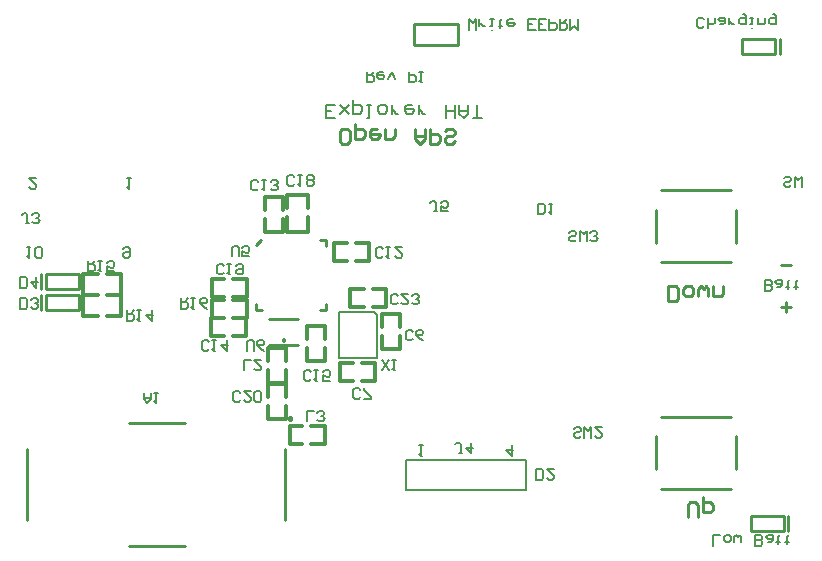
<source format=gbo>
*%FSLAX23Y23*%
*%MOIN*%
G01*
%ADD11C,0.000*%
%ADD12C,0.001*%
%ADD13C,0.002*%
%ADD14C,0.006*%
%ADD15C,0.007*%
%ADD16C,0.007*%
%ADD17C,0.008*%
%ADD18C,0.010*%
%ADD19C,0.012*%
%ADD20C,0.015*%
%ADD21C,0.018*%
%ADD22C,0.022*%
%ADD23C,0.024*%
%ADD24C,0.025*%
%ADD25C,0.029*%
%ADD26C,0.031*%
%ADD27C,0.031*%
%ADD28C,0.035*%
%ADD29C,0.035*%
%ADD30C,0.039*%
%ADD31C,0.039*%
%ADD32C,0.046*%
%ADD33C,0.047*%
%ADD34C,0.050*%
%ADD35C,0.051*%
%ADD36C,0.051*%
%ADD37C,0.054*%
%ADD38C,0.055*%
%ADD39C,0.058*%
%ADD40C,0.059*%
%ADD41C,0.059*%
%ADD42C,0.062*%
%ADD43C,0.067*%
%ADD44C,0.070*%
%ADD45C,0.074*%
%ADD46C,0.100*%
%ADD47C,0.108*%
%ADD48C,0.108*%
%ADD49C,0.120*%
%ADD50C,0.128*%
%ADD51C,0.128*%
%ADD52C,0.190*%
%ADD53C,0.194*%
%ADD54C,0.236*%
%ADD55C,0.240*%
%ADD56R,0.011X0.030*%
%ADD57R,0.012X0.030*%
%ADD58R,0.012X0.057*%
%ADD59R,0.014X0.033*%
%ADD60R,0.015X0.034*%
%ADD61R,0.016X0.034*%
%ADD62R,0.016X0.061*%
%ADD63R,0.018X0.037*%
%ADD64R,0.020X0.025*%
%ADD65R,0.021X0.021*%
%ADD66R,0.024X0.029*%
%ADD67R,0.025X0.020*%
%ADD68R,0.029X0.024*%
%ADD69R,0.030X0.011*%
%ADD70R,0.030X0.030*%
%ADD71R,0.031X0.031*%
%ADD72R,0.033X0.014*%
%ADD73R,0.034X0.015*%
%ADD74R,0.034X0.034*%
%ADD75R,0.035X0.035*%
%ADD76R,0.037X0.014*%
%ADD77R,0.037X0.018*%
%ADD78R,0.039X0.055*%
%ADD79R,0.039X0.014*%
%ADD80R,0.040X0.083*%
%ADD81R,0.041X0.018*%
%ADD82R,0.043X0.059*%
%ADD83R,0.043X0.018*%
%ADD84R,0.044X0.087*%
%ADD85R,0.047X0.055*%
%ADD86R,0.050X0.060*%
%ADD87R,0.051X0.071*%
%ADD88R,0.051X0.059*%
%ADD89R,0.054X0.064*%
%ADD90R,0.055X0.039*%
%ADD91R,0.055X0.075*%
%ADD92R,0.057X0.067*%
%ADD93R,0.059X0.043*%
%ADD94R,0.060X0.060*%
%ADD95R,0.061X0.024*%
%ADD96R,0.061X0.051*%
%ADD97R,0.061X0.071*%
%ADD98R,0.063X0.039*%
%ADD99R,0.063X0.126*%
%ADD100R,0.064X0.064*%
%ADD101R,0.065X0.028*%
%ADD102R,0.065X0.055*%
%ADD103R,0.067X0.043*%
%ADD104R,0.067X0.130*%
%ADD105R,0.085X0.030*%
%ADD106R,0.089X0.034*%
%ADD107R,0.094X0.030*%
%ADD108R,0.098X0.070*%
%ADD109R,0.098X0.034*%
%ADD110R,0.102X0.074*%
%ADD111R,0.104X0.104*%
%ADD112R,0.108X0.108*%
%ADD113R,0.134X0.059*%
%ADD114R,0.138X0.039*%
%ADD115R,0.138X0.063*%
%ADD116R,0.142X0.043*%
%ADD117R,0.169X0.169*%
%ADD118R,0.173X0.173*%
%ADD119R,0.250X0.250*%
D14*
X8632Y8039D02*
X8644D01*
X8638D01*
Y8004D01*
X8639D01*
X8638D02*
X8632Y8010D01*
X8661D02*
X8667Y8004D01*
X8679D01*
X8684Y8010D01*
Y8033D01*
X8679Y8039D01*
X8667D01*
X8661Y8033D01*
Y8010D01*
X8952Y8033D02*
X8958Y8039D01*
X8969D01*
X8975Y8033D01*
Y8010D01*
X8969Y8004D01*
X8958D01*
X8952Y8010D01*
Y8016D01*
X8958Y8022D01*
X8975D01*
X10884Y8769D02*
X10890Y8775D01*
X10884Y8769D02*
X10873D01*
X10867Y8775D01*
Y8798D01*
X10873Y8804D01*
X10884D01*
X10890Y8798D01*
X10902Y8804D02*
Y8769D01*
Y8787D02*
Y8804D01*
Y8787D02*
X10908Y8781D01*
X10919D01*
X10925Y8787D01*
Y8804D01*
X10943Y8781D02*
X10954D01*
X10960Y8787D01*
Y8804D01*
X10943D01*
X10937Y8798D01*
X10943Y8792D01*
X10960D01*
X10972Y8781D02*
Y8804D01*
Y8792D01*
X10978Y8787D01*
X10984Y8781D01*
X10989D01*
X11019Y8816D02*
X11024D01*
X11030Y8810D01*
Y8781D01*
X11013D01*
X11007Y8787D01*
Y8798D01*
X11013Y8804D01*
X11030D01*
X11042D02*
X11054D01*
X11048D01*
Y8781D01*
X11042D01*
X11048Y8769D02*
X11049D01*
X11071Y8781D02*
Y8804D01*
Y8781D02*
X11089D01*
X11094Y8787D01*
Y8804D01*
X11118Y8816D02*
X11124D01*
X11129Y8810D01*
Y8781D01*
X11112D01*
X11106Y8787D01*
Y8798D01*
X11112Y8804D01*
X11129D01*
X10921Y7078D02*
Y7043D01*
Y7078D02*
X10944D01*
X10962D02*
X10973D01*
X10979Y7072D01*
Y7061D01*
X10973Y7055D01*
X10962D01*
X10956Y7061D01*
Y7072D01*
X10962Y7078D01*
X10991Y7072D02*
Y7055D01*
Y7072D02*
X10997Y7078D01*
X11003Y7072D01*
X11008Y7078D01*
X11014Y7072D01*
Y7055D01*
X11061Y7043D02*
Y7078D01*
X11078D01*
X11084Y7072D01*
Y7066D01*
X11078Y7061D01*
X11061D01*
X11062D01*
X11061D02*
X11062D01*
X11061D02*
X11062D01*
X11061D02*
X11078D01*
X11084Y7055D01*
Y7049D01*
X11078Y7043D01*
X11061D01*
X11102Y7055D02*
X11113D01*
X11119Y7061D01*
Y7078D01*
X11102D01*
X11096Y7072D01*
X11102Y7066D01*
X11119D01*
X11137Y7055D02*
Y7049D01*
Y7055D02*
X11131D01*
X11143D01*
X11137D01*
Y7072D01*
X11143Y7078D01*
X11166Y7055D02*
Y7049D01*
Y7055D02*
X11160D01*
X11172D01*
X11166D01*
Y7072D01*
X11172Y7078D01*
X10106Y8763D02*
Y8798D01*
X10118Y8786D01*
X10129Y8798D01*
Y8763D01*
X10141Y8775D02*
Y8798D01*
Y8786D01*
X10147Y8781D01*
X10153Y8775D01*
X10158D01*
X10176Y8798D02*
X10188D01*
X10182D01*
Y8775D01*
X10176D01*
X10182Y8763D02*
X10183D01*
X10211Y8769D02*
Y8775D01*
X10205D01*
X10217D01*
X10211D01*
Y8792D01*
X10217Y8798D01*
X10240D02*
X10252D01*
X10240D02*
X10234Y8792D01*
Y8781D01*
X10240Y8775D01*
X10252D01*
X10258Y8781D01*
Y8786D01*
X10234D01*
X10304Y8763D02*
X10328D01*
X10304D02*
Y8798D01*
X10328D01*
X10316Y8781D02*
X10304D01*
X10339Y8763D02*
X10363D01*
X10339D02*
Y8798D01*
X10363D01*
X10351Y8781D02*
X10339D01*
X10374Y8798D02*
Y8763D01*
X10392D01*
X10398Y8769D01*
Y8781D01*
X10392Y8786D01*
X10374D01*
X10409Y8798D02*
Y8763D01*
X10427D01*
X10433Y8769D01*
Y8781D01*
X10427Y8786D01*
X10409D01*
X10421D02*
X10433Y8798D01*
X10444D02*
Y8763D01*
X10456Y8775D01*
X10468Y8763D01*
Y8798D01*
X8978Y8268D02*
X8966D01*
X8972D02*
X8978D01*
X8972D02*
Y8233D01*
X8973D01*
X8972D02*
X8966Y8239D01*
X8664Y8268D02*
X8641D01*
X8664Y8245D01*
Y8239D01*
X8658Y8233D01*
X8647D01*
X8641Y8239D01*
X9766Y8588D02*
Y8623D01*
Y8588D02*
X9783D01*
X9789Y8594D01*
Y8606D01*
X9783Y8611D01*
X9766D01*
X9778D02*
X9789Y8623D01*
X9807D02*
X9818D01*
X9807D02*
X9801Y8617D01*
Y8606D01*
X9807Y8600D01*
X9818D01*
X9824Y8606D01*
Y8611D01*
X9801D01*
X9836Y8600D02*
X9848Y8623D01*
X9859Y8600D01*
X9906Y8588D02*
Y8623D01*
Y8588D02*
X9923D01*
X9929Y8594D01*
Y8606D01*
X9923Y8611D01*
X9906D01*
X9941Y8623D02*
X9953D01*
X9947D01*
Y8588D01*
X9948D01*
X9947D02*
X9941Y8594D01*
X9661Y8468D02*
X9631D01*
Y8513D01*
X9661D01*
X9646Y8491D02*
X9631D01*
X9676Y8483D02*
X9706Y8513D01*
X9691Y8498D01*
X9706Y8483D01*
X9676Y8513D01*
X9721Y8528D02*
Y8483D01*
X9743D01*
X9751Y8491D01*
Y8506D01*
X9743Y8513D01*
X9721D01*
X9766D02*
X9781D01*
X9773D01*
Y8468D01*
X9766D01*
X9811Y8513D02*
X9826D01*
X9833Y8506D01*
Y8491D01*
X9826Y8483D01*
X9811D01*
X9803Y8491D01*
Y8506D01*
X9811Y8513D01*
X9848D02*
Y8483D01*
Y8498D02*
Y8513D01*
Y8498D02*
X9856Y8491D01*
X9863Y8483D01*
X9871D01*
X9901Y8513D02*
X9916D01*
X9901D02*
X9893Y8506D01*
Y8491D01*
X9901Y8483D01*
X9916D01*
X9923Y8491D01*
Y8498D01*
X9893D01*
X9938Y8483D02*
Y8513D01*
Y8498D01*
X9946Y8491D01*
X9953Y8483D01*
X9961D01*
X10028Y8468D02*
Y8513D01*
Y8491D01*
X10058D01*
Y8468D01*
Y8513D01*
X10073D02*
Y8483D01*
X10088Y8468D01*
X10103Y8483D01*
Y8513D01*
Y8491D01*
X10073D01*
X10118Y8468D02*
X10148D01*
X10133D01*
Y8513D01*
X9953Y7378D02*
X9941D01*
X9947D02*
X9953D01*
X9947D02*
Y7343D01*
X9948D01*
X9947D02*
X9941Y7349D01*
X10248Y7343D02*
Y7378D01*
X10231Y7361D02*
X10248Y7343D01*
X10254Y7361D02*
X10231D01*
X11092Y7894D02*
Y7929D01*
X11109D01*
X11115Y7923D01*
Y7917D01*
X11109Y7912D01*
X11092D01*
X11093D01*
X11092D02*
X11093D01*
X11092D02*
X11093D01*
X11092D02*
X11109D01*
X11115Y7906D01*
Y7900D01*
X11109Y7894D01*
X11092D01*
X11133Y7906D02*
X11144D01*
X11150Y7912D01*
Y7929D01*
X11133D01*
X11127Y7923D01*
X11133Y7917D01*
X11150D01*
X11168Y7906D02*
Y7900D01*
Y7906D02*
X11162D01*
X11174D01*
X11168D01*
Y7923D01*
X11174Y7929D01*
X11197Y7906D02*
Y7900D01*
Y7906D02*
X11191D01*
X11203D01*
X11197D01*
Y7923D01*
X11203Y7929D01*
X11174Y8239D02*
X11180Y8245D01*
X11174Y8239D02*
X11163D01*
X11157Y8245D01*
Y8251D01*
X11163Y8257D01*
X11174D01*
X11180Y8262D01*
Y8268D01*
X11174Y8274D01*
X11163D01*
X11157Y8268D01*
X11192Y8274D02*
Y8239D01*
X11204Y8262D02*
X11192Y8274D01*
X11204Y8262D02*
X11215Y8274D01*
Y8239D01*
X10479Y7409D02*
X10473Y7403D01*
X10462D01*
X10456Y7409D01*
Y7415D01*
X10462Y7421D01*
X10473D01*
X10479Y7426D01*
Y7432D01*
X10473Y7438D01*
X10462D01*
X10456Y7432D01*
X10491Y7438D02*
Y7403D01*
X10503Y7426D02*
X10491Y7438D01*
X10503Y7426D02*
X10514Y7438D01*
Y7403D01*
X10526Y7438D02*
X10549D01*
X10526D02*
X10549Y7415D01*
Y7409D01*
X10543Y7403D01*
X10532D01*
X10526Y7409D01*
X10331Y7298D02*
Y7263D01*
Y7298D02*
X10348D01*
X10354Y7292D01*
Y7269D01*
X10348Y7263D01*
X10331D01*
X10366Y7298D02*
X10389D01*
X10366D02*
X10389Y7275D01*
Y7269D01*
X10383Y7263D01*
X10372D01*
X10366Y7269D01*
X8639Y8118D02*
X8628D01*
X8633D01*
Y8147D01*
X8628Y8153D01*
X8622D01*
X8616Y8147D01*
X8651Y8124D02*
X8657Y8118D01*
X8668D01*
X8674Y8124D01*
Y8130D01*
X8675D01*
X8674D02*
X8675D01*
X8674D02*
X8675D01*
X8674D02*
X8668Y8136D01*
X8663D01*
X8668D01*
X8674Y8141D01*
Y8147D01*
X8668Y8153D01*
X8657D01*
X8651Y8147D01*
X9316Y8037D02*
Y8008D01*
Y8037D02*
X9322Y8043D01*
X9333D01*
X9339Y8037D01*
Y8008D01*
X9351D02*
X9374D01*
X9351D02*
Y8026D01*
X9363Y8020D01*
X9368D01*
X9374Y8026D01*
Y8037D01*
X9368Y8043D01*
X9357D01*
X9351Y8037D01*
X9398Y8228D02*
X9404Y8234D01*
X9398Y8228D02*
X9387D01*
X9381Y8234D01*
Y8257D01*
X9387Y8263D01*
X9398D01*
X9404Y8257D01*
X9416Y8263D02*
X9428D01*
X9422D01*
Y8228D01*
X9423D01*
X9422D02*
X9416Y8234D01*
X9445D02*
X9451Y8228D01*
X9463D01*
X9468Y8234D01*
Y8240D01*
X9469D01*
X9468D02*
X9469D01*
X9468D02*
X9469D01*
X9468D02*
X9463Y8246D01*
X9457D01*
X9463D01*
X9468Y8251D01*
Y8257D01*
X9463Y8263D01*
X9451D01*
X9445Y8257D01*
X9518Y8243D02*
X9524Y8249D01*
X9518Y8243D02*
X9507D01*
X9501Y8249D01*
Y8272D01*
X9507Y8278D01*
X9518D01*
X9524Y8272D01*
X9536Y8278D02*
X9548D01*
X9542D01*
Y8243D01*
X9543D01*
X9542D02*
X9536Y8249D01*
X9565D02*
X9571Y8243D01*
X9583D01*
X9588Y8249D01*
Y8255D01*
X9583Y8261D01*
X9588Y8266D01*
Y8272D01*
X9583Y8278D01*
X9571D01*
X9565Y8272D01*
Y8266D01*
X9571Y8261D01*
X9565Y8255D01*
Y8249D01*
X9571Y8261D02*
X9583D01*
X9989Y8158D02*
X10001D01*
X9995D02*
X9989D01*
X9995D02*
Y8187D01*
X9989Y8193D01*
X9983D01*
X9977Y8187D01*
X10012Y8158D02*
X10036D01*
X10012D02*
Y8176D01*
X10024Y8170D01*
X10030D01*
X10036Y8176D01*
Y8187D01*
X10030Y8193D01*
X10018D01*
X10012Y8187D01*
X10337Y8184D02*
Y8149D01*
Y8184D02*
X10354D01*
X10360Y8178D01*
Y8155D01*
X10354Y8149D01*
X10337D01*
X10372Y8184D02*
X10384D01*
X10378D01*
Y8149D01*
X10379D01*
X10378D02*
X10372Y8155D01*
X10464Y8064D02*
X10458Y8058D01*
X10447D01*
X10441Y8064D01*
Y8070D01*
X10447Y8076D01*
X10458D01*
X10464Y8081D01*
Y8087D01*
X10458Y8093D01*
X10447D01*
X10441Y8087D01*
X10476Y8093D02*
Y8058D01*
X10488Y8081D02*
X10476Y8093D01*
X10488Y8081D02*
X10499Y8093D01*
Y8058D01*
X10511Y8064D02*
X10517Y8058D01*
X10528D01*
X10534Y8064D01*
Y8070D01*
X10535D01*
X10534D02*
X10535D01*
X10534D02*
X10535D01*
X10534D02*
X10528Y8076D01*
X10523D01*
X10528D01*
X10534Y8081D01*
Y8087D01*
X10528Y8093D01*
X10517D01*
X10511Y8087D01*
X9819Y8009D02*
X9813Y8003D01*
X9802D01*
X9796Y8009D01*
Y8032D01*
X9802Y8038D01*
X9813D01*
X9819Y8032D01*
X9831Y8038D02*
X9843D01*
X9837D01*
Y8003D01*
X9838D01*
X9837D02*
X9831Y8009D01*
X9860Y8038D02*
X9883D01*
X9860D02*
X9883Y8015D01*
Y8009D01*
X9878Y8003D01*
X9866D01*
X9860Y8009D01*
X9839Y7663D02*
X9816Y7628D01*
X9839D02*
X9816Y7663D01*
X9851D02*
X9863D01*
X9857D01*
Y7628D01*
X9858D01*
X9857D02*
X9851Y7634D01*
X9863Y7848D02*
X9869Y7854D01*
X9863Y7848D02*
X9852D01*
X9846Y7854D01*
Y7877D01*
X9852Y7883D01*
X9863D01*
X9869Y7877D01*
X9881Y7883D02*
X9904D01*
X9881D02*
X9904Y7860D01*
Y7854D01*
X9898Y7848D01*
X9887D01*
X9881Y7854D01*
X9916D02*
X9922Y7848D01*
X9933D01*
X9939Y7854D01*
Y7860D01*
X9940D01*
X9939D02*
X9940D01*
X9939D02*
X9940D01*
X9939D02*
X9933Y7866D01*
X9928D01*
X9933D01*
X9939Y7871D01*
Y7877D01*
X9933Y7883D01*
X9922D01*
X9916Y7877D01*
X10073Y7352D02*
X10084D01*
X10078D02*
X10073D01*
X10078D02*
Y7381D01*
X10073Y7387D01*
X10067D01*
X10061Y7381D01*
X10113Y7387D02*
Y7352D01*
X10096Y7370D01*
X10119D01*
X9913Y7728D02*
X9919Y7734D01*
X9913Y7728D02*
X9902D01*
X9896Y7734D01*
Y7757D01*
X9902Y7763D01*
X9913D01*
X9919Y7757D01*
X9943Y7734D02*
X9954Y7728D01*
X9943Y7734D02*
X9931Y7746D01*
Y7757D01*
X9937Y7763D01*
X9948D01*
X9954Y7757D01*
Y7751D01*
X9948Y7746D01*
X9931D01*
X9744Y7539D02*
X9738Y7533D01*
X9727D01*
X9721Y7539D01*
Y7562D01*
X9727Y7568D01*
X9738D01*
X9744Y7562D01*
X9756Y7533D02*
X9779D01*
Y7539D01*
X9756Y7562D01*
Y7568D01*
X9579Y7599D02*
X9573Y7593D01*
X9562D01*
X9556Y7599D01*
Y7622D01*
X9562Y7628D01*
X9573D01*
X9579Y7622D01*
X9591Y7628D02*
X9603D01*
X9597D01*
Y7593D01*
X9598D01*
X9597D02*
X9591Y7599D01*
X9620Y7593D02*
X9643D01*
X9620D02*
Y7611D01*
X9632Y7605D01*
X9638D01*
X9643Y7611D01*
Y7622D01*
X9638Y7628D01*
X9626D01*
X9620Y7622D01*
X9566Y7493D02*
Y7458D01*
Y7493D02*
X9589D01*
X9601Y7464D02*
X9607Y7458D01*
X9618D01*
X9624Y7464D01*
Y7470D01*
X9625D01*
X9624D02*
X9625D01*
X9624D02*
X9625D01*
X9624D02*
X9618Y7476D01*
X9613D01*
X9618D01*
X9624Y7481D01*
Y7487D01*
X9618Y7493D01*
X9607D01*
X9601Y7487D01*
X9022Y7531D02*
Y7554D01*
Y7531D02*
X9034Y7519D01*
X9045Y7531D01*
Y7554D01*
Y7537D01*
X9022D01*
X9057Y7554D02*
X9069D01*
X9063D01*
Y7519D01*
X9064D01*
X9063D02*
X9057Y7525D01*
X9338Y7523D02*
X9344Y7529D01*
X9338Y7523D02*
X9327D01*
X9321Y7529D01*
Y7552D01*
X9327Y7558D01*
X9338D01*
X9344Y7552D01*
X9356Y7558D02*
X9379D01*
X9356D02*
X9379Y7535D01*
Y7529D01*
X9373Y7523D01*
X9362D01*
X9356Y7529D01*
X9391D02*
X9397Y7523D01*
X9408D01*
X9414Y7529D01*
Y7552D01*
X9408Y7558D01*
X9397D01*
X9391Y7552D01*
Y7529D01*
X9356Y7628D02*
Y7663D01*
X9379D01*
X9391D02*
X9414D01*
X9391D02*
X9414Y7640D01*
Y7634D01*
X9408Y7628D01*
X9397D01*
X9391Y7634D01*
X9366Y7693D02*
Y7722D01*
X9372Y7728D01*
X9383D01*
X9389Y7722D01*
Y7693D01*
X9413Y7699D02*
X9424Y7693D01*
X9413Y7699D02*
X9401Y7711D01*
Y7722D01*
X9407Y7728D01*
X9418D01*
X9424Y7722D01*
Y7716D01*
X9418Y7711D01*
X9401D01*
X9239Y7699D02*
X9233Y7693D01*
X9222D01*
X9216Y7699D01*
Y7722D01*
X9222Y7728D01*
X9233D01*
X9239Y7722D01*
X9251Y7728D02*
X9263D01*
X9257D01*
Y7693D01*
X9258D01*
X9257D02*
X9251Y7699D01*
X9298Y7693D02*
Y7728D01*
X9280Y7711D02*
X9298Y7693D01*
X9303Y7711D02*
X9280D01*
X9146Y7833D02*
Y7868D01*
Y7833D02*
X9163D01*
X9169Y7839D01*
Y7851D01*
X9163Y7856D01*
X9146D01*
X9158D02*
X9169Y7868D01*
X9181D02*
X9193D01*
X9187D01*
Y7833D01*
X9188D01*
X9187D02*
X9181Y7839D01*
X9222D02*
X9233Y7833D01*
X9222Y7839D02*
X9210Y7851D01*
Y7862D01*
X9216Y7868D01*
X9228D01*
X9233Y7862D01*
Y7856D01*
X9228Y7851D01*
X9210D01*
X9283Y7948D02*
X9289Y7954D01*
X9283Y7948D02*
X9272D01*
X9266Y7954D01*
Y7977D01*
X9272Y7983D01*
X9283D01*
X9289Y7977D01*
X9301Y7983D02*
X9313D01*
X9307D01*
Y7948D01*
X9308D01*
X9307D02*
X9301Y7954D01*
X9330Y7977D02*
X9336Y7983D01*
X9348D01*
X9353Y7977D01*
Y7954D01*
X9348Y7948D01*
X9336D01*
X9330Y7954D01*
Y7960D01*
X9336Y7966D01*
X9353D01*
X8966Y7828D02*
Y7793D01*
X8983D01*
X8989Y7799D01*
Y7811D01*
X8983Y7816D01*
X8966D01*
X8978D02*
X8989Y7828D01*
X9001D02*
X9013D01*
X9007D01*
Y7793D01*
X9008D01*
X9007D02*
X9001Y7799D01*
X9048Y7793D02*
Y7828D01*
X9030Y7811D02*
X9048Y7793D01*
X9053Y7811D02*
X9030D01*
X8836Y7958D02*
Y7993D01*
Y7958D02*
X8853D01*
X8859Y7964D01*
Y7976D01*
X8853Y7981D01*
X8836D01*
X8848D02*
X8859Y7993D01*
X8871D02*
X8883D01*
X8877D01*
Y7958D01*
X8878D01*
X8877D02*
X8871Y7964D01*
X8900Y7958D02*
X8923D01*
X8900D02*
Y7976D01*
X8912Y7970D01*
X8918D01*
X8923Y7976D01*
Y7987D01*
X8918Y7993D01*
X8906D01*
X8900Y7987D01*
X8611Y7938D02*
Y7903D01*
Y7938D02*
X8628D01*
X8634Y7932D01*
Y7909D01*
X8628Y7903D01*
X8611D01*
X8663D02*
Y7938D01*
X8646Y7921D02*
X8663Y7903D01*
X8669Y7921D02*
X8646D01*
X8611Y7868D02*
Y7833D01*
Y7868D02*
X8628D01*
X8634Y7862D01*
Y7839D01*
X8628Y7833D01*
X8611D01*
X8646Y7839D02*
X8652Y7833D01*
X8663D01*
X8669Y7839D01*
Y7845D01*
X8670D01*
X8669D02*
X8670D01*
X8669D02*
X8670D01*
X8669D02*
X8663Y7851D01*
X8658D01*
X8663D01*
X8669Y7856D01*
Y7862D01*
X8663Y7868D01*
X8652D01*
X8646Y7862D01*
D17*
X9791Y7824D02*
X9800Y7814D01*
X9800Y7670D01*
X9673D02*
Y7824D01*
Y7670D02*
X9800D01*
X9791Y7824D02*
X9673D01*
X10296Y7328D02*
Y7228D01*
X9896D02*
Y7328D01*
X10296D01*
Y7228D02*
X9896D01*
D18*
X10836Y7180D02*
Y7138D01*
Y7180D02*
X10844Y7188D01*
X10861D01*
X10869Y7180D01*
Y7138D01*
X10886Y7155D02*
Y7205D01*
Y7155D02*
X10911D01*
X10919Y7163D01*
Y7180D01*
X10911Y7188D01*
X10886D01*
X9701Y8383D02*
X9684D01*
X9676Y8391D01*
Y8425D01*
X9684Y8433D01*
X9701D01*
X9709Y8425D01*
Y8391D01*
X9701Y8383D01*
X9726Y8400D02*
Y8450D01*
Y8400D02*
X9751D01*
X9759Y8408D01*
Y8425D01*
X9751Y8433D01*
X9726D01*
X9784D02*
X9801D01*
X9784D02*
X9776Y8425D01*
Y8408D01*
X9784Y8400D01*
X9801D01*
X9809Y8408D01*
Y8416D01*
X9776D01*
X9826Y8433D02*
Y8400D01*
X9851D01*
X9859Y8408D01*
Y8433D01*
X9926D02*
Y8400D01*
X9943Y8383D01*
X9959Y8400D01*
Y8433D01*
Y8408D01*
X9926D01*
X9976Y8433D02*
Y8383D01*
X10001D01*
X10009Y8391D01*
Y8408D01*
X10001Y8416D01*
X9976D01*
X10051Y8383D02*
X10059Y8391D01*
X10051Y8383D02*
X10034D01*
X10026Y8391D01*
Y8400D01*
X10034Y8408D01*
X10051D01*
X10059Y8416D01*
Y8425D01*
X10051Y8433D01*
X10034D01*
X10026Y8425D01*
X10771Y7908D02*
Y7858D01*
Y7908D02*
X10796D01*
X10804Y7900D01*
Y7866D01*
X10796Y7858D01*
X10771D01*
X10829Y7908D02*
X10846D01*
X10854Y7900D01*
Y7883D01*
X10846Y7875D01*
X10829D01*
X10821Y7883D01*
Y7900D01*
X10829Y7908D01*
X10871Y7900D02*
Y7875D01*
Y7900D02*
X10879Y7908D01*
X10888Y7900D01*
X10896Y7908D01*
X10904Y7900D01*
Y7875D01*
X10921D02*
Y7908D01*
Y7875D02*
X10946D01*
X10954Y7883D01*
Y7908D01*
X11147Y7839D02*
X11180D01*
X11164Y7856D02*
Y7822D01*
X11147Y7979D02*
X11180D01*
X10730Y7409D02*
Y7298D01*
X10997D02*
Y7409D01*
X10981Y7473D02*
X10746D01*
Y7233D02*
X10981D01*
X11171Y7143D02*
Y7093D01*
X11046D02*
Y7143D01*
X11156D02*
Y7093D01*
X11051Y7143D02*
X11046D01*
Y7093D02*
X11156D01*
Y7143D02*
X11051D01*
X9413Y8063D02*
X9396Y8045D01*
X9396Y7848D02*
Y7828D01*
X9631D02*
Y7848D01*
Y8043D02*
Y8063D01*
X9416Y7828D02*
X9396D01*
X9611Y8063D02*
X9631D01*
Y7828D02*
X9611D01*
X9922Y8713D02*
Y8783D01*
X10071D02*
Y8713D01*
X9922D01*
Y8783D02*
X10071D01*
X11142Y8734D02*
Y8684D01*
X11017D02*
Y8734D01*
X11127D02*
Y8684D01*
X11022Y8734D02*
X11017D01*
Y8684D02*
X11127D01*
Y8734D02*
X11022D01*
X10730Y8164D02*
Y8053D01*
X10997D02*
Y8164D01*
X10981Y8228D02*
X10746D01*
Y7988D02*
X10981D01*
X9505Y7471D02*
Y7463D01*
X9513D01*
Y7471D01*
X9505D01*
X8634Y7365D02*
Y7129D01*
X9492D02*
Y7365D01*
X9158Y7042D02*
X8973D01*
Y7451D02*
X9158D01*
X9485Y7733D02*
X9491D01*
X9485D02*
Y7727D01*
X9491D01*
Y7733D01*
X9536Y7713D02*
X9441D01*
Y7798D02*
X9536D01*
X8681Y7898D02*
Y7948D01*
X8806D02*
Y7898D01*
X8696D02*
Y7948D01*
X8801Y7898D02*
X8806D01*
Y7948D02*
X8696D01*
Y7898D02*
X8801D01*
X8681Y7878D02*
Y7828D01*
X8806D02*
Y7878D01*
X8696D02*
Y7828D01*
X8801D02*
X8806D01*
Y7878D02*
X8696D01*
Y7828D02*
X8801D01*
D19*
X9486Y8088D02*
Y8133D01*
X9426D02*
Y8088D01*
Y8163D02*
Y8205D01*
X9486D02*
Y8163D01*
Y8088D02*
X9426D01*
Y8205D02*
X9486D01*
X9501Y8213D02*
Y8168D01*
X9571D02*
Y8213D01*
Y8138D02*
Y8088D01*
X9501D02*
Y8138D01*
Y8213D02*
X9571D01*
Y8088D02*
X9501D01*
X9773Y8053D02*
Y7993D01*
X9656D02*
Y8053D01*
X9728D02*
X9773D01*
Y7993D02*
X9728D01*
X9698D02*
X9656D01*
Y8053D02*
X9698D01*
X9828Y7898D02*
Y7838D01*
X9711D02*
Y7898D01*
X9786Y7838D02*
X9828D01*
Y7898D02*
X9786D01*
X9756D02*
X9711D01*
Y7838D02*
X9756D01*
X9876Y7743D02*
Y7698D01*
X9816D02*
Y7743D01*
Y7773D02*
Y7815D01*
X9876D02*
Y7773D01*
Y7698D02*
X9816D01*
Y7815D02*
X9876D01*
X9676Y7653D02*
Y7593D01*
X9793D02*
Y7653D01*
X9721Y7593D02*
X9676D01*
Y7653D02*
X9721D01*
X9751D02*
X9793D01*
Y7593D02*
X9751D01*
X9626Y7733D02*
Y7775D01*
X9566D02*
Y7733D01*
Y7703D02*
Y7658D01*
X9626D02*
Y7703D01*
Y7775D02*
X9566D01*
Y7658D02*
X9626D01*
X9509Y7443D02*
Y7383D01*
X9626D02*
Y7443D01*
X9551D02*
X9509D01*
Y7383D02*
X9551D01*
X9581D02*
X9626D01*
Y7443D02*
X9581D01*
X9436Y7466D02*
Y7508D01*
X9496D02*
Y7466D01*
Y7538D02*
Y7583D01*
X9436D02*
Y7538D01*
Y7466D02*
X9496D01*
Y7583D02*
X9436D01*
Y7586D02*
Y7628D01*
X9496D02*
Y7586D01*
Y7658D02*
Y7703D01*
X9436D02*
Y7658D01*
Y7586D02*
X9496D01*
Y7703D02*
X9436D01*
X9246Y7743D02*
Y7803D01*
X9363D02*
Y7743D01*
X9288Y7803D02*
X9246D01*
Y7743D02*
X9288D01*
X9318D02*
X9363D01*
Y7803D02*
X9318D01*
X9366D02*
Y7863D01*
X9249D02*
Y7803D01*
X9321Y7863D02*
X9366D01*
Y7803D02*
X9321D01*
X9291D02*
X9249D01*
Y7863D02*
X9291D01*
X9366Y7873D02*
Y7933D01*
X9249D02*
Y7873D01*
X9321Y7933D02*
X9366D01*
Y7873D02*
X9321D01*
X9291D02*
X9249D01*
Y7933D02*
X9291D01*
X8821Y7878D02*
Y7808D01*
X8946D02*
Y7878D01*
X8871D02*
X8821D01*
Y7808D02*
X8871D01*
X8901D02*
X8946D01*
Y7878D02*
X8901D01*
X8821D02*
Y7948D01*
X8946D02*
Y7878D01*
X8871Y7948D02*
X8821D01*
Y7878D02*
X8871D01*
X8901D02*
X8946D01*
Y7948D02*
X8901D01*
D02*
M02*

</source>
